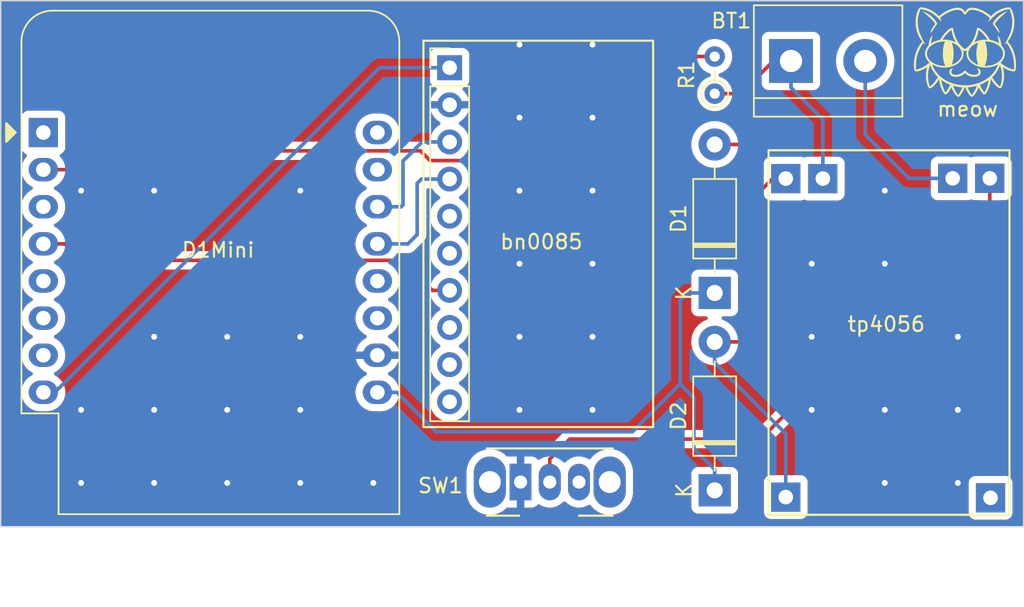
<source format=kicad_pcb>
(kicad_pcb (version 20240108) (generator "pcbnew") (generator_version "8.0")
  (layers (0 "F.Cu" signal) (31 "B.Cu" signal) (34 "B.Paste" user) (35 "F.Paste" user) (36 "B.SilkS" user "B.Silkscreen") (37 "F.SilkS" user "F.Silkscreen") (38 "B.Mask" user) (39 "F.Mask" user) (44 "Edge.Cuts" user))
  (net 0 "")
  (net 1 "3.3v")
  (net 2 "gnd")
  (net 3 "scl")
  (net 4 "sda")
  (net 7 "int")
  (net 11 "Net-(BT1-+)")
  (net 12 "Net-(BT1--)")
  (net 13 "Net-(D1-K)")
  (net 14 "Net-(D1-A)")
  (net 15 "Net-(U1-A0)")
  (net 16 "Net-(SW1-B)")
  (footprint "LOGO" (layer "F.Cu") (at 170.5 85.5)
    (property "Reference" "G***" (hide yes))
    (property "Value" "LOGO" (hide yes))
  )
  (footprint "Connector_PinHeader_2.54mm:PinHeader_1x10_P2.54mm_Vertical" (layer "F.Cu") (at 135.2216 86.5846)
    (property "Reference" "bn0085" (at 6.2784 11.9154 0) (layer "F.SilkS"))
    (property "Value" "Conn_01x10_Pin" (hide yes))
    (pad "1" thru_hole rect (at 0 0) (size 1.7 1.7) (drill 1) (layers "*.Cu" "*.Mask") (net 1 "3.3v"))
    (pad "2" thru_hole oval (at 0 2.54) (size 1.7 1.7) (drill 1) (layers "*.Cu" "*.Mask") (net 2 "gnd"))
    (pad "3" thru_hole oval (at 0 5.08) (size 1.7 1.7) (drill 1) (layers "*.Cu" "*.Mask") (net 3 "scl"))
    (pad "4" thru_hole oval (at 0 7.62) (size 1.7 1.7) (drill 1) (layers "*.Cu" "*.Mask") (net 4 "sda"))
    (pad "5" thru_hole oval (at 0 10.16) (size 1.7 1.7) (drill 1) (layers "*.Cu" "*.Mask"))
    (pad "6" thru_hole oval (at 0 12.7) (size 1.7 1.7) (drill 1) (layers "*.Cu" "*.Mask"))
    (pad "7" thru_hole oval (at 0 15.24) (size 1.7 1.7) (drill 1) (layers "*.Cu" "*.Mask") (net 7 "int"))
    (pad "8" thru_hole oval (at 0 17.78) (size 1.7 1.7) (drill 1) (layers "*.Cu" "*.Mask"))
    (pad "9" thru_hole oval (at 0 20.32) (size 1.7 1.7) (drill 1) (layers "*.Cu" "*.Mask"))
    (pad "10" thru_hole oval (at 0 22.86) (size 1.7 1.7) (drill 1) (layers "*.Cu" "*.Mask"))
  )
  (footprint "Diode_THT:D_DO-41_SOD81_P10.16mm_Horizontal" (layer "F.Cu") (at 153.3613 101.9992 90)
    (property "Reference" "D1" (at 5.08 -2.47 -90) (layer "F.SilkS"))
    (property "Value" "1N5817")
    (fp_text user "K" (at 0 -2.1 -90) (layer "F.SilkS"))
    (pad "1" thru_hole rect (at 0 0 90) (size 2.2 2.2) (drill 1.1) (layers "*.Cu" "*.Mask") (net 13 "Net-(D1-K)"))
    (pad "2" thru_hole oval (at 10.16 0 90) (size 2.2 2.2) (drill 1.1) (layers "*.Cu" "*.Mask") (net 14 "Net-(D1-A)"))
  )
  (footprint "Resistor_THT:R_Axial_DIN0204_L3.6mm_D1.6mm_P2.54mm_Vertical" (layer "F.Cu") (at 153.3613 88.3594 90)
    (property "Reference" "R1" (at 1.27 -1.92 -90) (layer "F.SilkS"))
    (property "Value" "180k")
    (pad "1" thru_hole circle (at 0 0 90) (size 1.4 1.4) (drill 0.7) (layers "*.Cu" "*.Mask") (net 11 "Net-(BT1-+)"))
    (pad "2" thru_hole oval (at 2.54 0 90) (size 1.4 1.4) (drill 0.7) (layers "*.Cu" "*.Mask") (net 15 "Net-(U1-A0)"))
  )
  (footprint "Diode_THT:D_DO-41_SOD81_P10.16mm_Horizontal" (layer "F.Cu") (at 153.3613 115.5055 90)
    (property "Reference" "D2" (at 5.08 -2.47 -90) (layer "F.SilkS"))
    (property "Value" "1N5817")
    (fp_text user "K" (at 0 -2.1 -90) (layer "F.SilkS"))
    (pad "1" thru_hole rect (at 0 0 90) (size 2.2 2.2) (drill 1.1) (layers "*.Cu" "*.Mask") (net 13 "Net-(D1-K)"))
    (pad "2" thru_hole oval (at 10.16 0 90) (size 2.2 2.2) (drill 1.1) (layers "*.Cu" "*.Mask") (net 14 "Net-(D1-A)"))
  )
  (footprint "TerminalBlock:TerminalBlock_bornier-2_P5.08mm" (layer "F.Cu") (at 158.5836 86.1225)
    (property "Reference" "BT1" (at -4.08939 -2.748822 0) (layer "F.SilkS"))
    (property "Value" "Battery")
    (pad "1" thru_hole rect (at 0 0) (size 3 3) (drill 1.52) (layers "*.Cu" "*.Mask") (net 11 "Net-(BT1-+)"))
    (pad "2" thru_hole circle (at 5.08 0) (size 3 3) (drill 1.52) (layers "*.Cu" "*.Mask") (net 12 "Net-(BT1--)"))
  )
  (footprint "Module:WEMOS_D1_mini_light" (layer "F.Cu") (at 107.4171 91.0202)
    (property "Reference" "D1Mini" (at 11.96293 8.039757 0) (layer "F.SilkS"))
    (property "Value" "WeMos_D1_mini")
    (pad "1" thru_hole rect (at 0 0) (size 2 2) (drill 1) (layers "*.Cu" "*.Mask"))
    (pad "2" thru_hole oval (at 0 2.54) (size 2 1.6) (drill 1) (layers "*.Cu" "*.Mask") (net 15 "Net-(U1-A0)"))
    (pad "3" thru_hole oval (at 0 5.08) (size 2 1.6) (drill 1) (layers "*.Cu" "*.Mask"))
    (pad "4" thru_hole oval (at 0 7.62) (size 2 1.6) (drill 1) (layers "*.Cu" "*.Mask") (net 7 "int"))
    (pad "5" thru_hole oval (at 0 10.16) (size 2 1.6) (drill 1) (layers "*.Cu" "*.Mask"))
    (pad "6" thru_hole oval (at 0 12.7) (size 2 1.6) (drill 1) (layers "*.Cu" "*.Mask"))
    (pad "7" thru_hole oval (at 0 15.24) (size 2 1.6) (drill 1) (layers "*.Cu" "*.Mask"))
    (pad "8" thru_hole oval (at 0 17.78) (size 2 1.6) (drill 1) (layers "*.Cu" "*.Mask") (net 1 "3.3v"))
    (pad "9" thru_hole oval (at 22.86 17.78) (size 2 1.6) (drill 1) (layers "*.Cu" "*.Mask") (net 13 "Net-(D1-K)"))
    (pad "10" thru_hole oval (at 22.86 15.24) (size 2 1.6) (drill 1) (layers "*.Cu" "*.Mask") (net 2 "gnd"))
    (pad "11" thru_hole oval (at 22.86 12.7) (size 2 1.6) (drill 1) (layers "*.Cu" "*.Mask"))
    (pad "12" thru_hole oval (at 22.86 10.16) (size 2 1.6) (drill 1) (layers "*.Cu" "*.Mask"))
    (pad "13" thru_hole oval (at 22.86 7.62) (size 2 1.6) (drill 1) (layers "*.Cu" "*.Mask") (net 4 "sda"))
    (pad "14" thru_hole oval (at 22.86 5.08) (size 2 1.6) (drill 1) (layers "*.Cu" "*.Mask") (net 3 "scl"))
    (pad "15" thru_hole oval (at 22.86 2.54) (size 2 1.6) (drill 1) (layers "*.Cu" "*.Mask"))
    (pad "16" thru_hole oval (at 22.86 0) (size 2 1.6) (drill 1) (layers "*.Cu" "*.Mask"))
  )
  (footprint "Button_Switch_THT:SW_CuK_OS102011MA1QN1_SPDT_Angled" (layer "F.Cu") (at 140.0741 114.9404)
    (property "Reference" "SW1" (at -5.485791 0.244179 0) (layer "F.SilkS"))
    (property "Value" "SW_Push")
    (pad "" thru_hole oval (at -2.1 0) (size 2.2 3.5) (drill 1.5) (layers "*.Cu" "*.Mask"))
    (pad "" thru_hole oval (at 6.1 0) (size 2.2 3.5) (drill 1.5) (layers "*.Cu" "*.Mask"))
    (pad "1" thru_hole rect (at 0 0) (size 1.5 2.5) (drill 0.9) (layers "*.Cu" "*.Mask") (net 2 "gnd"))
    (pad "2" thru_hole oval (at 2 0) (size 1.5 2.5) (drill 0.9) (layers "*.Cu" "*.Mask") (net 16 "Net-(SW1-B)"))
    (pad "3" thru_hole oval (at 4 0) (size 1.5 2.5) (drill 0.9) (layers "*.Cu" "*.Mask"))
  )
  (footprint "charger:TP4056" (layer "F.Cu") (at 164.6205 92.2439)
    (property "Reference" "tp4056" (at 0.479504 11.89612 0) (layer "F.SilkS"))
    (property "Value" "TP4056 edited")
    (pad "1" thru_hole rect (at -6.396882 1.928441 270) (size 2 2) (drill 1) (layers "*.Cu" "*.Mask") (net 14 "Net-(D1-A)"))
    (pad "2" thru_hole rect (at -3.856882 1.928441 270) (size 2 2) (drill 1) (layers "*.Cu" "*.Mask") (net 11 "Net-(BT1-+)"))
    (pad "3" thru_hole rect (at 5.027038 1.912119 270) (size 2 2) (drill 1) (layers "*.Cu" "*.Mask") (net 12 "Net-(BT1--)"))
    (pad "4" thru_hole rect (at 7.567038 1.912119 270) (size 2 2) (drill 1) (layers "*.Cu" "*.Mask") (net 16 "Net-(SW1-B)"))
    (pad "5" thru_hole rect (at -6.396882 23.724376 270) (size 2 2) (drill 1) (layers "*.Cu" "*.Mask") (net 14 "Net-(D1-A)"))
    (pad "6" thru_hole rect (at 7.618001 23.775339 270) (size 2 2) (drill 1) (layers "*.Cu" "*.Mask"))
  )
  (gr_rect (start 157.048457 92.232173) (end 173.536142 117.181084) (stroke (width 0.15)) (fill none) (layer "F.SilkS"))
  (gr_rect (start 133.427944 84.736165) (end 149.147411 111.177961) (stroke (width 0.15)) (fill none) (layer "F.SilkS"))
  (gr_rect (start 104.5 82) (end 174.5 118) (stroke (width 0.1)) (fill none) (layer "Edge.Cuts"))
  (gr_text "meow" (at 168.5 90 0) (layer "F.SilkS") (effects (font (size 1 1)) (justify left bottom)))
  (segment (start 130.4154 86.5846) (end 135.2216 86.5846) (width 0.25) (layer "B.Cu") (net 1))
  (segment (start 107.4171 108.8002) (end 108.1998 108.8002) (width 0.25) (layer "B.Cu") (net 1))
  (segment (start 108.1998 108.8002) (end 130.4154 86.5846) (width 0.25) (layer "B.Cu") (net 1))
  (segment (start 132.7602 106.2602) (end 133 106.5) (width 0.25) (layer "F.Cu") (net 2))
  (segment (start 133 111.5) (end 133.5 112) (width 0.25) (layer "F.Cu") (net 2))
  (segment (start 139.5 112) (end 140 112.5) (width 0.25) (layer "F.Cu") (net 2))
  (segment (start 133 106.5) (end 133 111.5) (width 0.25) (layer "F.Cu") (net 2))
  (segment (start 140 112.5) (end 140 114.5) (width 0.25) (layer "F.Cu") (net 2))
  (segment (start 133.5 112) (end 139.5 112) (width 0.25) (layer "F.Cu") (net 2))
  (segment (start 130.2771 106.2602) (end 132.7602 106.2602) (width 0.25) (layer "F.Cu") (net 2))
  (via (at 170 105) (size 0.8) (drill 0.4) (layers "F.Cu" "B.Cu") (net 2))
  (via (at 130 115) (size 0.8) (drill 0.4) (layers "F.Cu" "B.Cu") (net 2))
  (via (at 165 115) (size 0.8) (drill 0.4) (layers "F.Cu" "B.Cu") (net 2))
  (via (at 110 95) (size 0.8) (drill 0.4) (layers "F.Cu" "B.Cu") (net 2))
  (via (at 165 100) (size 0.8) (drill 0.4) (layers "F.Cu" "B.Cu") (net 2))
  (via (at 115 115) (size 0.8) (drill 0.4) (layers "F.Cu" "B.Cu") (net 2))
  (via (at 145 85) (size 0.8) (drill 0.4) (layers "F.Cu" "B.Cu") (net 2))
  (via (at 145 90) (size 0.8) (drill 0.4) (layers "F.Cu" "B.Cu") (net 2))
  (via (at 125 110) (size 0.8) (drill 0.4) (layers "F.Cu" "B.Cu") (net 2))
  (via (at 115 105) (size 0.8) (drill 0.4) (layers "F.Cu" "B.Cu") (net 2))
  (via (at 125 115) (size 0.8) (drill 0.4) (layers "F.Cu" "B.Cu") (net 2))
  (via (at 165 95) (size 0.8) (drill 0.4) (layers "F.Cu" "B.Cu") (net 2))
  (via (at 140 85) (size 0.8) (drill 0.4) (layers "F.Cu" "B.Cu") (net 2))
  (via (at 160 110) (size 0.8) (drill 0.4) (layers "F.Cu" "B.Cu") (net 2))
  (via (at 120 110) (size 0.8) (drill 0.4) (layers "F.Cu" "B.Cu") (net 2))
  (via (at 110 115) (size 0.8) (drill 0.4) (layers "F.Cu" "B.Cu") (net 2))
  (via (at 170 115) (size 0.8) (drill 0.4) (layers "F.Cu" "B.Cu") (net 2))
  (via (at 170 110) (size 0.8) (drill 0.4) (layers "F.Cu" "B.Cu") (net 2))
  (via (at 115 95) (size 0.8) (drill 0.4) (layers "F.Cu" "B.Cu") (net 2))
  (via (at 140 90) (size 0.8) (drill 0.4) (layers "F.Cu" "B.Cu") (net 2))
  (via (at 145 95) (size 0.8) (drill 0.4) (layers "F.Cu" "B.Cu") (net 2))
  (via (at 145 110) (size 0.8) (drill 0.4) (layers "F.Cu" "B.Cu") (net 2))
  (via (at 125 95) (size 0.8) (drill 0.4) (layers "F.Cu" "B.Cu") (net 2))
  (via (at 120 115) (size 0.8) (drill 0.4) (layers "F.Cu" "B.Cu") (net 2))
  (via (at 140 105) (size 0.8) (drill 0.4) (layers "F.Cu" "B.Cu") (net 2))
  (via (at 125 105) (size 0.8) (drill 0.4) (layers "F.Cu" "B.Cu") (net 2))
  (via (at 165 110) (size 0.8) (drill 0.4) (layers "F.Cu" "B.Cu") (net 2))
  (via (at 145 100) (size 0.8) (drill 0.4) (layers "F.Cu" "B.Cu") (net 2))
  (via (at 140 95) (size 0.8) (drill 0.4) (layers "F.Cu" "B.Cu") (net 2))
  (via (at 140 110) (size 0.8) (drill 0.4) (layers "F.Cu" "B.Cu") (net 2))
  (via (at 160 100) (size 0.8) (drill 0.4) (layers "F.Cu" "B.Cu") (net 2))
  (via (at 115 110) (size 0.8) (drill 0.4) (layers "F.Cu" "B.Cu") (net 2))
  (via (at 110 110) (size 0.8) (drill 0.4) (layers "F.Cu" "B.Cu") (net 2))
  (via (at 145 105) (size 0.8) (drill 0.4) (layers "F.Cu" "B.Cu") (net 2))
  (via (at 160 105) (size 0.8) (drill 0.4) (layers "F.Cu" "B.Cu") (net 2))
  (via (at 120 105) (size 0.8) (drill 0.4) (layers "F.Cu" "B.Cu") (net 2))
  (via (at 140 100) (size 0.8) (drill 0.4) (layers "F.Cu" "B.Cu") (net 2))
  (segment (start 131.8998 96.1002) (end 130.2771 96.1002) (width 0.25) (layer "B.Cu") (net 3))
  (segment (start 132.029521 95.970479) (end 131.8998 96.1002) (width 0.25) (layer "B.Cu") (net 3))
  (segment (start 132.029521 92.970479) (end 132.029521 95.970479) (width 0.25) (layer "B.Cu") (net 3))
  (segment (start 135.2216 91.6646) (end 133.3354 91.6646) (width 0.25) (layer "B.Cu") (net 3))
  (segment (start 133.3354 91.6646) (end 132.029521 92.970479) (width 0.25) (layer "B.Cu") (net 3))
  (segment (start 132.344983 98.6402) (end 130.2771 98.6402) (width 0.25) (layer "B.Cu") (net 4))
  (segment (start 132.354259 98.649476) (end 132.344983 98.6402) (width 0.25) (layer "B.Cu") (net 4))
  (segment (start 133.2954 94.2046) (end 133 94.5) (width 0.25) (layer "B.Cu") (net 4))
  (segment (start 133 94.5) (end 133 98.003735) (width 0.25) (layer "B.Cu") (net 4))
  (segment (start 133 98.003735) (end 132.354259 98.649476) (width 0.25) (layer "B.Cu") (net 4))
  (segment (start 135.2216 94.2046) (end 133.2954 94.2046) (width 0.25) (layer "B.Cu") (net 4))
  (segment (start 135.2216 101.8246) (end 134.0449 101.8246) (width 0.25) (layer "F.Cu") (net 7))
  (segment (start 131.9872 99.7669) (end 110.0169 99.7669) (width 0.25) (layer "F.Cu") (net 7))
  (segment (start 110.0169 99.7669) (end 108.8902 98.6402) (width 0.25) (layer "F.Cu") (net 7))
  (segment (start 108.8902 98.6402) (end 107.4171 98.6402) (width 0.25) (layer "F.Cu") (net 7))
  (segment (start 134.0449 101.8246) (end 131.9872 99.7669) (width 0.25) (layer "F.Cu") (net 7))
  (segment (start 158.5836 86.1225) (end 157.3775 86.1225) (width 0.25) (layer "F.Cu") (net 11))
  (segment (start 155.1406 88.3594) (end 153.3613 88.3594) (width 0.25) (layer "F.Cu") (net 11))
  (segment (start 157.3775 86.1225) (end 155.1406 88.3594) (width 0.25) (layer "F.Cu") (net 11))
  (segment (start 160.7636 94.1723) (end 160.7636 90.1292) (width 0.25) (layer "B.Cu") (net 11))
  (segment (start 160.7636 90.1292) (end 158.5836 87.9492) (width 0.25) (layer "B.Cu") (net 11))
  (segment (start 158.5836 86.1225) (end 158.5836 87.9492) (width 0.25) (layer "B.Cu") (net 11))
  (segment (start 166.656 94.156) (end 163.6636 91.1636) (width 0.25) (layer "B.Cu") (net 12))
  (segment (start 163.6636 91.1636) (end 163.6636 86.1225) (width 0.25) (layer "B.Cu") (net 12))
  (segment (start 169.6475 94.156) (end 166.656 94.156) (width 0.25) (layer "B.Cu") (net 12))
  (segment (start 151 108.2328) (end 151 102.5) (width 0.25) (layer "B.Cu") (net 13))
  (segment (start 153.3613 114.0788) (end 151.9346 112.6521) (width 0.25) (layer "B.Cu") (net 13))
  (segment (start 134.3036 111.5) (end 147.7328 111.5) (width 0.25) (layer "B.Cu") (net 13))
  (segment (start 151.9346 112.6521) (end 151.9346 109.1674) (width 0.25) (layer "B.Cu") (net 13))
  (segment (start 130.2771 108.8002) (end 131.6038 108.8002) (width 0.25) (layer "B.Cu") (net 13))
  (segment (start 147.7328 111.5) (end 151 108.2328) (width 0.25) (layer "B.Cu") (net 13))
  (segment (start 151 102.5) (end 151.5008 101.9992) (width 0.25) (layer "B.Cu") (net 13))
  (segment (start 153.3613 115.5055) (end 153.3613 114.0788) (width 0.25) (layer "B.Cu") (net 13))
  (segment (start 131.6038 108.8002) (end 134.3036 111.5) (width 0.25) (layer "B.Cu") (net 13))
  (segment (start 151.5008 101.9992) (end 153.3613 101.9992) (width 0.25) (layer "B.Cu") (net 13))
  (segment (start 151.9346 109.1674) (end 151 108.2328) (width 0.25) (layer "B.Cu") (net 13))
  (segment (start 156 95.5) (end 156 105) (width 0.25) (layer "F.Cu") (net 14))
  (segment (start 155.6545 105.3455) (end 153.3613 105.3455) (width 0.25) (layer "F.Cu") (net 14))
  (segment (start 156 105) (end 155.6545 105.3455) (width 0.25) (layer "F.Cu") (net 14))
  (segment (start 157.327659 94.172341) (end 156 95.5) (width 0.25) (layer "F.Cu") (net 14))
  (segment (start 156 94.184602) (end 156 92.5) (width 0.25) (layer "F.Cu") (net 14))
  (segment (start 155.3392 91.8392) (end 153.3613 91.8392) (width 0.25) (layer "F.Cu") (net 14))
  (segment (start 156 94.184602) (end 156 95.5) (width 0.25) (layer "F.Cu") (net 14))
  (segment (start 158.223618 94.172341) (end 157.327659 94.172341) (width 0.25) (layer "F.Cu") (net 14))
  (segment (start 156 92.5) (end 155.3392 91.8392) (width 0.25) (layer "F.Cu") (net 14))
  (segment (start 158.2236 115.9683) (end 158.2236 111.6345) (width 0.25) (layer "B.Cu") (net 14))
  (segment (start 153.3613 105.3455) (end 153.3613 106.7722) (width 0.25) (layer "B.Cu") (net 14))
  (segment (start 158.2236 111.6345) (end 153.3613 106.7722) (width 0.25) (layer "B.Cu") (net 14))
  (segment (start 133.88683 92.939181) (end 144.060819 92.939181) (width 0.25) (layer "F.Cu") (net 15))
  (segment (start 133.221316 92.273667) (end 133.88683 92.939181) (width 0.25) (layer "F.Cu") (net 15))
  (segment (start 110.226333 92.273667) (end 133.221316 92.273667) (width 0.25) (layer "F.Cu") (net 15))
  (segment (start 151.1806 85.8194) (end 153.3613 85.8194) (width 0.25) (layer "F.Cu") (net 15))
  (segment (start 107.4171 93.5602) (end 108.9398 93.5602) (width 0.25) (layer "F.Cu") (net 15))
  (segment (start 108.9398 93.5602) (end 110.226333 92.273667) (width 0.25) (layer "F.Cu") (net 15))
  (segment (start 144.060819 92.939181) (end 151.1806 85.8194) (width 0.25) (layer "F.Cu") (net 15))
  (segment (start 172.1875 96.3125) (end 156.5 112) (width 0.25) (layer "F.Cu") (net 16))
  (segment (start 143.4378 112) (end 142.0741 113.3637) (width 0.25) (layer "F.Cu") (net 16))
  (segment (start 142.0741 113.3637) (end 142.0741 114.9404) (width 0.25) (layer "F.Cu") (net 16))
  (segment (start 156.5 112) (end 143.4378 112) (width 0.25) (layer "F.Cu") (net 16))
  (segment (start 172.1875 94.156) (end 172.1875 96.3125) (width 0.25) (layer "F.Cu") (net 16))
  (zone (net 2) (net_name "gnd") (layer "F.Cu") (connect_pads (clearance 0.5)) (min_thickness 0.25) (fill yes (thermal_gap 0.5) (thermal_bridge_width 0.5))
    (polygon (pts (xy 104.5 82) (xy 174.5 82) (xy 174.5 118) (xy 104.5 118)))
  )
  (zone (net 2) (net_name "gnd") (layer "B.Cu") (priority 1) (connect_pads (clearance 0.5)) (min_thickness 0.25) (fill yes (thermal_gap 0.5) (thermal_bridge_width 0.5))
    (polygon (pts (xy 104.5 82) (xy 174.5 82) (xy 174.5 118) (xy 104.5 118)))
  )
)
</source>
